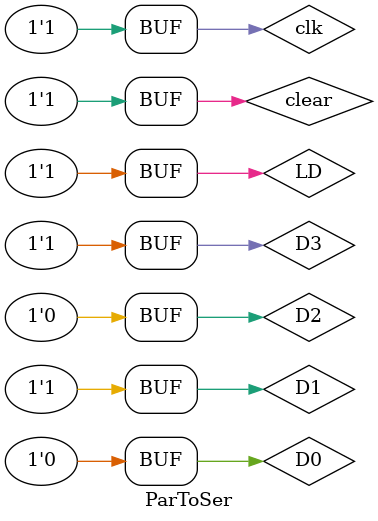
<source format=v>

`include "FFT.v"

module AG( output s, input a, input b);
assign s = a & b;
endmodule // andgate

module ParToSer;
reg clk, clr, LD, D3, D2, D1, D0, clear;
wire A, B, C, D, a, b, c, d, qnot0, qnot1, qnot2, qnot3;

AG ag0( a, D3, LD);
AG ag1( b, D2, LD);
AG ag2( c, D1, LD);
AG ag3( d, D0, LD);

FFT fft1( A, qnot0, 0, clk, a, clear);
FFT fft2( B, qnot0, A, clk, b, clear);
FFT fft3( C, qnot0, B, clk, c, clear);
FFT fft4( D, qnot0, C, clk, d, clear);

initial begin: start
clk=0; LD=0; D3=0; D2=0; D1=0; D0=0;
end

initial begin
$display("PUC MINAS - Ciencia da Computacao");
$display("Arquitetura de Computadores 1");
$display("Miller - 449048");
$display("Exercicio 4");
$display("");

$monitor("A=%b B=%b C=%b D=%b", A, B, C, D);
#1 D3=1; D2=1; D1=1; D0=1;
#1 clk=1; LD=1;
#1 clk=0; clear=1;
#1 clk=1; LD=0;
#1 clk=0; D3=1; D2=0; D1=1; D0=0;
#1 clk=1; LD=1;

end
endmodule


</source>
